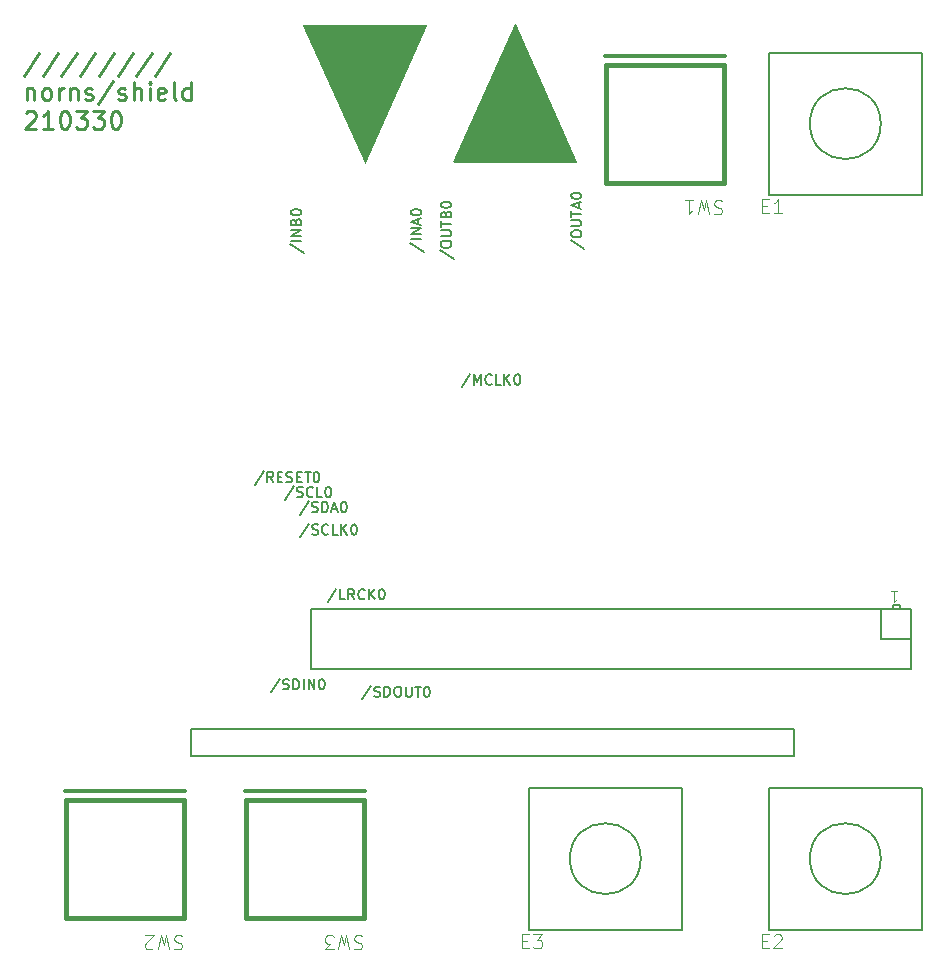
<source format=gbr>
%TF.GenerationSoftware,KiCad,Pcbnew,8.0.6*%
%TF.CreationDate,2024-12-19T22:40:04-08:00*%
%TF.ProjectId,norns-shield-210330,6e6f726e-732d-4736-9869-656c642d3231,rev?*%
%TF.SameCoordinates,Original*%
%TF.FileFunction,Legend,Top*%
%TF.FilePolarity,Positive*%
%FSLAX46Y46*%
G04 Gerber Fmt 4.6, Leading zero omitted, Abs format (unit mm)*
G04 Created by KiCad (PCBNEW 8.0.6) date 2024-12-19 22:40:04*
%MOMM*%
%LPD*%
G01*
G04 APERTURE LIST*
%ADD10C,0.266700*%
%ADD11C,0.101600*%
%ADD12C,0.140208*%
%ADD13C,0.093472*%
%ADD14C,0.127000*%
%ADD15C,0.304800*%
%ADD16C,0.406400*%
%ADD17C,0.203200*%
G04 APERTURE END LIST*
D10*
X110110893Y-67875294D02*
X108815493Y-69818394D01*
X111694160Y-67875294D02*
X110398760Y-69818394D01*
X113277427Y-67875294D02*
X111982027Y-69818394D01*
X114860694Y-67875294D02*
X113565294Y-69818394D01*
X116443961Y-67875294D02*
X115148561Y-69818394D01*
X118027228Y-67875294D02*
X116731828Y-69818394D01*
X119610495Y-67875294D02*
X118315095Y-69818394D01*
X121193762Y-67875294D02*
X119898362Y-69818394D01*
X109031393Y-70884135D02*
X109031393Y-71891668D01*
X109031393Y-71028068D02*
X109103360Y-70956102D01*
X109103360Y-70956102D02*
X109247293Y-70884135D01*
X109247293Y-70884135D02*
X109463193Y-70884135D01*
X109463193Y-70884135D02*
X109607126Y-70956102D01*
X109607126Y-70956102D02*
X109679093Y-71100035D01*
X109679093Y-71100035D02*
X109679093Y-71891668D01*
X110614660Y-71891668D02*
X110470727Y-71819702D01*
X110470727Y-71819702D02*
X110398760Y-71747735D01*
X110398760Y-71747735D02*
X110326793Y-71603802D01*
X110326793Y-71603802D02*
X110326793Y-71172002D01*
X110326793Y-71172002D02*
X110398760Y-71028068D01*
X110398760Y-71028068D02*
X110470727Y-70956102D01*
X110470727Y-70956102D02*
X110614660Y-70884135D01*
X110614660Y-70884135D02*
X110830560Y-70884135D01*
X110830560Y-70884135D02*
X110974493Y-70956102D01*
X110974493Y-70956102D02*
X111046460Y-71028068D01*
X111046460Y-71028068D02*
X111118427Y-71172002D01*
X111118427Y-71172002D02*
X111118427Y-71603802D01*
X111118427Y-71603802D02*
X111046460Y-71747735D01*
X111046460Y-71747735D02*
X110974493Y-71819702D01*
X110974493Y-71819702D02*
X110830560Y-71891668D01*
X110830560Y-71891668D02*
X110614660Y-71891668D01*
X111766127Y-71891668D02*
X111766127Y-70884135D01*
X111766127Y-71172002D02*
X111838094Y-71028068D01*
X111838094Y-71028068D02*
X111910060Y-70956102D01*
X111910060Y-70956102D02*
X112053994Y-70884135D01*
X112053994Y-70884135D02*
X112197927Y-70884135D01*
X112701694Y-70884135D02*
X112701694Y-71891668D01*
X112701694Y-71028068D02*
X112773661Y-70956102D01*
X112773661Y-70956102D02*
X112917594Y-70884135D01*
X112917594Y-70884135D02*
X113133494Y-70884135D01*
X113133494Y-70884135D02*
X113277427Y-70956102D01*
X113277427Y-70956102D02*
X113349394Y-71100035D01*
X113349394Y-71100035D02*
X113349394Y-71891668D01*
X113997094Y-71819702D02*
X114141028Y-71891668D01*
X114141028Y-71891668D02*
X114428894Y-71891668D01*
X114428894Y-71891668D02*
X114572828Y-71819702D01*
X114572828Y-71819702D02*
X114644794Y-71675768D01*
X114644794Y-71675768D02*
X114644794Y-71603802D01*
X114644794Y-71603802D02*
X114572828Y-71459868D01*
X114572828Y-71459868D02*
X114428894Y-71387902D01*
X114428894Y-71387902D02*
X114212994Y-71387902D01*
X114212994Y-71387902D02*
X114069061Y-71315935D01*
X114069061Y-71315935D02*
X113997094Y-71172002D01*
X113997094Y-71172002D02*
X113997094Y-71100035D01*
X113997094Y-71100035D02*
X114069061Y-70956102D01*
X114069061Y-70956102D02*
X114212994Y-70884135D01*
X114212994Y-70884135D02*
X114428894Y-70884135D01*
X114428894Y-70884135D02*
X114572828Y-70956102D01*
X116371994Y-70308402D02*
X115076594Y-72251502D01*
X116803794Y-71819702D02*
X116947728Y-71891668D01*
X116947728Y-71891668D02*
X117235594Y-71891668D01*
X117235594Y-71891668D02*
X117379528Y-71819702D01*
X117379528Y-71819702D02*
X117451494Y-71675768D01*
X117451494Y-71675768D02*
X117451494Y-71603802D01*
X117451494Y-71603802D02*
X117379528Y-71459868D01*
X117379528Y-71459868D02*
X117235594Y-71387902D01*
X117235594Y-71387902D02*
X117019694Y-71387902D01*
X117019694Y-71387902D02*
X116875761Y-71315935D01*
X116875761Y-71315935D02*
X116803794Y-71172002D01*
X116803794Y-71172002D02*
X116803794Y-71100035D01*
X116803794Y-71100035D02*
X116875761Y-70956102D01*
X116875761Y-70956102D02*
X117019694Y-70884135D01*
X117019694Y-70884135D02*
X117235594Y-70884135D01*
X117235594Y-70884135D02*
X117379528Y-70956102D01*
X118099194Y-71891668D02*
X118099194Y-70380368D01*
X118746894Y-71891668D02*
X118746894Y-71100035D01*
X118746894Y-71100035D02*
X118674927Y-70956102D01*
X118674927Y-70956102D02*
X118530994Y-70884135D01*
X118530994Y-70884135D02*
X118315094Y-70884135D01*
X118315094Y-70884135D02*
X118171161Y-70956102D01*
X118171161Y-70956102D02*
X118099194Y-71028068D01*
X119466561Y-71891668D02*
X119466561Y-70884135D01*
X119466561Y-70380368D02*
X119394594Y-70452335D01*
X119394594Y-70452335D02*
X119466561Y-70524302D01*
X119466561Y-70524302D02*
X119538528Y-70452335D01*
X119538528Y-70452335D02*
X119466561Y-70380368D01*
X119466561Y-70380368D02*
X119466561Y-70524302D01*
X120761961Y-71819702D02*
X120618028Y-71891668D01*
X120618028Y-71891668D02*
X120330161Y-71891668D01*
X120330161Y-71891668D02*
X120186228Y-71819702D01*
X120186228Y-71819702D02*
X120114261Y-71675768D01*
X120114261Y-71675768D02*
X120114261Y-71100035D01*
X120114261Y-71100035D02*
X120186228Y-70956102D01*
X120186228Y-70956102D02*
X120330161Y-70884135D01*
X120330161Y-70884135D02*
X120618028Y-70884135D01*
X120618028Y-70884135D02*
X120761961Y-70956102D01*
X120761961Y-70956102D02*
X120833928Y-71100035D01*
X120833928Y-71100035D02*
X120833928Y-71243968D01*
X120833928Y-71243968D02*
X120114261Y-71387902D01*
X121697528Y-71891668D02*
X121553595Y-71819702D01*
X121553595Y-71819702D02*
X121481628Y-71675768D01*
X121481628Y-71675768D02*
X121481628Y-70380368D01*
X122920961Y-71891668D02*
X122920961Y-70380368D01*
X122920961Y-71819702D02*
X122777028Y-71891668D01*
X122777028Y-71891668D02*
X122489161Y-71891668D01*
X122489161Y-71891668D02*
X122345228Y-71819702D01*
X122345228Y-71819702D02*
X122273261Y-71747735D01*
X122273261Y-71747735D02*
X122201294Y-71603802D01*
X122201294Y-71603802D02*
X122201294Y-71172002D01*
X122201294Y-71172002D02*
X122273261Y-71028068D01*
X122273261Y-71028068D02*
X122345228Y-70956102D01*
X122345228Y-70956102D02*
X122489161Y-70884135D01*
X122489161Y-70884135D02*
X122777028Y-70884135D01*
X122777028Y-70884135D02*
X122920961Y-70956102D01*
X108959426Y-72957410D02*
X109031393Y-72885443D01*
X109031393Y-72885443D02*
X109175326Y-72813476D01*
X109175326Y-72813476D02*
X109535160Y-72813476D01*
X109535160Y-72813476D02*
X109679093Y-72885443D01*
X109679093Y-72885443D02*
X109751060Y-72957410D01*
X109751060Y-72957410D02*
X109823026Y-73101343D01*
X109823026Y-73101343D02*
X109823026Y-73245276D01*
X109823026Y-73245276D02*
X109751060Y-73461176D01*
X109751060Y-73461176D02*
X108887460Y-74324776D01*
X108887460Y-74324776D02*
X109823026Y-74324776D01*
X111262359Y-74324776D02*
X110398759Y-74324776D01*
X110830559Y-74324776D02*
X110830559Y-72813476D01*
X110830559Y-72813476D02*
X110686626Y-73029376D01*
X110686626Y-73029376D02*
X110542693Y-73173310D01*
X110542693Y-73173310D02*
X110398759Y-73245276D01*
X112197926Y-72813476D02*
X112341859Y-72813476D01*
X112341859Y-72813476D02*
X112485792Y-72885443D01*
X112485792Y-72885443D02*
X112557759Y-72957410D01*
X112557759Y-72957410D02*
X112629726Y-73101343D01*
X112629726Y-73101343D02*
X112701692Y-73389210D01*
X112701692Y-73389210D02*
X112701692Y-73749043D01*
X112701692Y-73749043D02*
X112629726Y-74036910D01*
X112629726Y-74036910D02*
X112557759Y-74180843D01*
X112557759Y-74180843D02*
X112485792Y-74252810D01*
X112485792Y-74252810D02*
X112341859Y-74324776D01*
X112341859Y-74324776D02*
X112197926Y-74324776D01*
X112197926Y-74324776D02*
X112053992Y-74252810D01*
X112053992Y-74252810D02*
X111982026Y-74180843D01*
X111982026Y-74180843D02*
X111910059Y-74036910D01*
X111910059Y-74036910D02*
X111838092Y-73749043D01*
X111838092Y-73749043D02*
X111838092Y-73389210D01*
X111838092Y-73389210D02*
X111910059Y-73101343D01*
X111910059Y-73101343D02*
X111982026Y-72957410D01*
X111982026Y-72957410D02*
X112053992Y-72885443D01*
X112053992Y-72885443D02*
X112197926Y-72813476D01*
X113205459Y-72813476D02*
X114141025Y-72813476D01*
X114141025Y-72813476D02*
X113637259Y-73389210D01*
X113637259Y-73389210D02*
X113853159Y-73389210D01*
X113853159Y-73389210D02*
X113997092Y-73461176D01*
X113997092Y-73461176D02*
X114069059Y-73533143D01*
X114069059Y-73533143D02*
X114141025Y-73677076D01*
X114141025Y-73677076D02*
X114141025Y-74036910D01*
X114141025Y-74036910D02*
X114069059Y-74180843D01*
X114069059Y-74180843D02*
X113997092Y-74252810D01*
X113997092Y-74252810D02*
X113853159Y-74324776D01*
X113853159Y-74324776D02*
X113421359Y-74324776D01*
X113421359Y-74324776D02*
X113277425Y-74252810D01*
X113277425Y-74252810D02*
X113205459Y-74180843D01*
X114644792Y-72813476D02*
X115580358Y-72813476D01*
X115580358Y-72813476D02*
X115076592Y-73389210D01*
X115076592Y-73389210D02*
X115292492Y-73389210D01*
X115292492Y-73389210D02*
X115436425Y-73461176D01*
X115436425Y-73461176D02*
X115508392Y-73533143D01*
X115508392Y-73533143D02*
X115580358Y-73677076D01*
X115580358Y-73677076D02*
X115580358Y-74036910D01*
X115580358Y-74036910D02*
X115508392Y-74180843D01*
X115508392Y-74180843D02*
X115436425Y-74252810D01*
X115436425Y-74252810D02*
X115292492Y-74324776D01*
X115292492Y-74324776D02*
X114860692Y-74324776D01*
X114860692Y-74324776D02*
X114716758Y-74252810D01*
X114716758Y-74252810D02*
X114644792Y-74180843D01*
X116515925Y-72813476D02*
X116659858Y-72813476D01*
X116659858Y-72813476D02*
X116803791Y-72885443D01*
X116803791Y-72885443D02*
X116875758Y-72957410D01*
X116875758Y-72957410D02*
X116947725Y-73101343D01*
X116947725Y-73101343D02*
X117019691Y-73389210D01*
X117019691Y-73389210D02*
X117019691Y-73749043D01*
X117019691Y-73749043D02*
X116947725Y-74036910D01*
X116947725Y-74036910D02*
X116875758Y-74180843D01*
X116875758Y-74180843D02*
X116803791Y-74252810D01*
X116803791Y-74252810D02*
X116659858Y-74324776D01*
X116659858Y-74324776D02*
X116515925Y-74324776D01*
X116515925Y-74324776D02*
X116371991Y-74252810D01*
X116371991Y-74252810D02*
X116300025Y-74180843D01*
X116300025Y-74180843D02*
X116228058Y-74036910D01*
X116228058Y-74036910D02*
X116156091Y-73749043D01*
X116156091Y-73749043D02*
X116156091Y-73389210D01*
X116156091Y-73389210D02*
X116228058Y-73101343D01*
X116228058Y-73101343D02*
X116300025Y-72957410D01*
X116300025Y-72957410D02*
X116371991Y-72885443D01*
X116371991Y-72885443D02*
X116515925Y-72813476D01*
D11*
X182230072Y-113488289D02*
X182752586Y-113488289D01*
X182491329Y-113488289D02*
X182491329Y-114402689D01*
X182491329Y-114402689D02*
X182578415Y-114272060D01*
X182578415Y-114272060D02*
X182665500Y-114184974D01*
X182665500Y-114184974D02*
X182752586Y-114141432D01*
D12*
X130476941Y-120871309D02*
X129726262Y-121997327D01*
X130727167Y-121747101D02*
X130852280Y-121788805D01*
X130852280Y-121788805D02*
X131060802Y-121788805D01*
X131060802Y-121788805D02*
X131144211Y-121747101D01*
X131144211Y-121747101D02*
X131185915Y-121705396D01*
X131185915Y-121705396D02*
X131227620Y-121621987D01*
X131227620Y-121621987D02*
X131227620Y-121538579D01*
X131227620Y-121538579D02*
X131185915Y-121455170D01*
X131185915Y-121455170D02*
X131144211Y-121413465D01*
X131144211Y-121413465D02*
X131060802Y-121371761D01*
X131060802Y-121371761D02*
X130893985Y-121330057D01*
X130893985Y-121330057D02*
X130810576Y-121288352D01*
X130810576Y-121288352D02*
X130768871Y-121246648D01*
X130768871Y-121246648D02*
X130727167Y-121163239D01*
X130727167Y-121163239D02*
X130727167Y-121079830D01*
X130727167Y-121079830D02*
X130768871Y-120996422D01*
X130768871Y-120996422D02*
X130810576Y-120954717D01*
X130810576Y-120954717D02*
X130893985Y-120913013D01*
X130893985Y-120913013D02*
X131102506Y-120913013D01*
X131102506Y-120913013D02*
X131227620Y-120954717D01*
X131602959Y-121788805D02*
X131602959Y-120913013D01*
X131602959Y-120913013D02*
X131811481Y-120913013D01*
X131811481Y-120913013D02*
X131936594Y-120954717D01*
X131936594Y-120954717D02*
X132020003Y-121038126D01*
X132020003Y-121038126D02*
X132061708Y-121121535D01*
X132061708Y-121121535D02*
X132103412Y-121288352D01*
X132103412Y-121288352D02*
X132103412Y-121413465D01*
X132103412Y-121413465D02*
X132061708Y-121580283D01*
X132061708Y-121580283D02*
X132020003Y-121663692D01*
X132020003Y-121663692D02*
X131936594Y-121747101D01*
X131936594Y-121747101D02*
X131811481Y-121788805D01*
X131811481Y-121788805D02*
X131602959Y-121788805D01*
X132478751Y-121788805D02*
X132478751Y-120913013D01*
X132895795Y-121788805D02*
X132895795Y-120913013D01*
X132895795Y-120913013D02*
X133396248Y-121788805D01*
X133396248Y-121788805D02*
X133396248Y-120913013D01*
X133980109Y-120913013D02*
X134063518Y-120913013D01*
X134063518Y-120913013D02*
X134146926Y-120954717D01*
X134146926Y-120954717D02*
X134188631Y-120996422D01*
X134188631Y-120996422D02*
X134230335Y-121079830D01*
X134230335Y-121079830D02*
X134272040Y-121246648D01*
X134272040Y-121246648D02*
X134272040Y-121455170D01*
X134272040Y-121455170D02*
X134230335Y-121621987D01*
X134230335Y-121621987D02*
X134188631Y-121705396D01*
X134188631Y-121705396D02*
X134146926Y-121747101D01*
X134146926Y-121747101D02*
X134063518Y-121788805D01*
X134063518Y-121788805D02*
X133980109Y-121788805D01*
X133980109Y-121788805D02*
X133896700Y-121747101D01*
X133896700Y-121747101D02*
X133854996Y-121705396D01*
X133854996Y-121705396D02*
X133813291Y-121621987D01*
X133813291Y-121621987D02*
X133771587Y-121455170D01*
X133771587Y-121455170D02*
X133771587Y-121246648D01*
X133771587Y-121246648D02*
X133813291Y-121079830D01*
X133813291Y-121079830D02*
X133854996Y-120996422D01*
X133854996Y-120996422D02*
X133896700Y-120954717D01*
X133896700Y-120954717D02*
X133980109Y-120913013D01*
X135265011Y-113251309D02*
X134514332Y-114377327D01*
X135973985Y-114168805D02*
X135556941Y-114168805D01*
X135556941Y-114168805D02*
X135556941Y-113293013D01*
X136766368Y-114168805D02*
X136474437Y-113751761D01*
X136265915Y-114168805D02*
X136265915Y-113293013D01*
X136265915Y-113293013D02*
X136599550Y-113293013D01*
X136599550Y-113293013D02*
X136682959Y-113334717D01*
X136682959Y-113334717D02*
X136724664Y-113376422D01*
X136724664Y-113376422D02*
X136766368Y-113459830D01*
X136766368Y-113459830D02*
X136766368Y-113584944D01*
X136766368Y-113584944D02*
X136724664Y-113668352D01*
X136724664Y-113668352D02*
X136682959Y-113710057D01*
X136682959Y-113710057D02*
X136599550Y-113751761D01*
X136599550Y-113751761D02*
X136265915Y-113751761D01*
X137642160Y-114085396D02*
X137600456Y-114127101D01*
X137600456Y-114127101D02*
X137475342Y-114168805D01*
X137475342Y-114168805D02*
X137391934Y-114168805D01*
X137391934Y-114168805D02*
X137266821Y-114127101D01*
X137266821Y-114127101D02*
X137183412Y-114043692D01*
X137183412Y-114043692D02*
X137141707Y-113960283D01*
X137141707Y-113960283D02*
X137100003Y-113793465D01*
X137100003Y-113793465D02*
X137100003Y-113668352D01*
X137100003Y-113668352D02*
X137141707Y-113501535D01*
X137141707Y-113501535D02*
X137183412Y-113418126D01*
X137183412Y-113418126D02*
X137266821Y-113334717D01*
X137266821Y-113334717D02*
X137391934Y-113293013D01*
X137391934Y-113293013D02*
X137475342Y-113293013D01*
X137475342Y-113293013D02*
X137600456Y-113334717D01*
X137600456Y-113334717D02*
X137642160Y-113376422D01*
X138017499Y-114168805D02*
X138017499Y-113293013D01*
X138517952Y-114168805D02*
X138142613Y-113668352D01*
X138517952Y-113293013D02*
X138017499Y-113793465D01*
X139060109Y-113293013D02*
X139143518Y-113293013D01*
X139143518Y-113293013D02*
X139226926Y-113334717D01*
X139226926Y-113334717D02*
X139268631Y-113376422D01*
X139268631Y-113376422D02*
X139310335Y-113459830D01*
X139310335Y-113459830D02*
X139352040Y-113626648D01*
X139352040Y-113626648D02*
X139352040Y-113835170D01*
X139352040Y-113835170D02*
X139310335Y-114001987D01*
X139310335Y-114001987D02*
X139268631Y-114085396D01*
X139268631Y-114085396D02*
X139226926Y-114127101D01*
X139226926Y-114127101D02*
X139143518Y-114168805D01*
X139143518Y-114168805D02*
X139060109Y-114168805D01*
X139060109Y-114168805D02*
X138976700Y-114127101D01*
X138976700Y-114127101D02*
X138934996Y-114085396D01*
X138934996Y-114085396D02*
X138893291Y-114001987D01*
X138893291Y-114001987D02*
X138851587Y-113835170D01*
X138851587Y-113835170D02*
X138851587Y-113626648D01*
X138851587Y-113626648D02*
X138893291Y-113459830D01*
X138893291Y-113459830D02*
X138934996Y-113376422D01*
X138934996Y-113376422D02*
X138976700Y-113334717D01*
X138976700Y-113334717D02*
X139060109Y-113293013D01*
X146605029Y-95066633D02*
X145854350Y-96192651D01*
X146896959Y-95984129D02*
X146896959Y-95108337D01*
X146896959Y-95108337D02*
X147188890Y-95733903D01*
X147188890Y-95733903D02*
X147480821Y-95108337D01*
X147480821Y-95108337D02*
X147480821Y-95984129D01*
X148398317Y-95900720D02*
X148356613Y-95942425D01*
X148356613Y-95942425D02*
X148231499Y-95984129D01*
X148231499Y-95984129D02*
X148148091Y-95984129D01*
X148148091Y-95984129D02*
X148022978Y-95942425D01*
X148022978Y-95942425D02*
X147939569Y-95859016D01*
X147939569Y-95859016D02*
X147897864Y-95775607D01*
X147897864Y-95775607D02*
X147856160Y-95608789D01*
X147856160Y-95608789D02*
X147856160Y-95483676D01*
X147856160Y-95483676D02*
X147897864Y-95316859D01*
X147897864Y-95316859D02*
X147939569Y-95233450D01*
X147939569Y-95233450D02*
X148022978Y-95150041D01*
X148022978Y-95150041D02*
X148148091Y-95108337D01*
X148148091Y-95108337D02*
X148231499Y-95108337D01*
X148231499Y-95108337D02*
X148356613Y-95150041D01*
X148356613Y-95150041D02*
X148398317Y-95191746D01*
X149190700Y-95984129D02*
X148773656Y-95984129D01*
X148773656Y-95984129D02*
X148773656Y-95108337D01*
X149482630Y-95984129D02*
X149482630Y-95108337D01*
X149983083Y-95984129D02*
X149607744Y-95483676D01*
X149983083Y-95108337D02*
X149482630Y-95608789D01*
X150525240Y-95108337D02*
X150608649Y-95108337D01*
X150608649Y-95108337D02*
X150692057Y-95150041D01*
X150692057Y-95150041D02*
X150733762Y-95191746D01*
X150733762Y-95191746D02*
X150775466Y-95275154D01*
X150775466Y-95275154D02*
X150817171Y-95441972D01*
X150817171Y-95441972D02*
X150817171Y-95650494D01*
X150817171Y-95650494D02*
X150775466Y-95817311D01*
X150775466Y-95817311D02*
X150733762Y-95900720D01*
X150733762Y-95900720D02*
X150692057Y-95942425D01*
X150692057Y-95942425D02*
X150608649Y-95984129D01*
X150608649Y-95984129D02*
X150525240Y-95984129D01*
X150525240Y-95984129D02*
X150441831Y-95942425D01*
X150441831Y-95942425D02*
X150400127Y-95900720D01*
X150400127Y-95900720D02*
X150358422Y-95817311D01*
X150358422Y-95817311D02*
X150316718Y-95650494D01*
X150316718Y-95650494D02*
X150316718Y-95441972D01*
X150316718Y-95441972D02*
X150358422Y-95275154D01*
X150358422Y-95275154D02*
X150400127Y-95191746D01*
X150400127Y-95191746D02*
X150441831Y-95150041D01*
X150441831Y-95150041D02*
X150525240Y-95108337D01*
X132952529Y-107766633D02*
X132201850Y-108892651D01*
X133202755Y-108642425D02*
X133327868Y-108684129D01*
X133327868Y-108684129D02*
X133536390Y-108684129D01*
X133536390Y-108684129D02*
X133619799Y-108642425D01*
X133619799Y-108642425D02*
X133661503Y-108600720D01*
X133661503Y-108600720D02*
X133703208Y-108517311D01*
X133703208Y-108517311D02*
X133703208Y-108433903D01*
X133703208Y-108433903D02*
X133661503Y-108350494D01*
X133661503Y-108350494D02*
X133619799Y-108308789D01*
X133619799Y-108308789D02*
X133536390Y-108267085D01*
X133536390Y-108267085D02*
X133369573Y-108225381D01*
X133369573Y-108225381D02*
X133286164Y-108183676D01*
X133286164Y-108183676D02*
X133244459Y-108141972D01*
X133244459Y-108141972D02*
X133202755Y-108058563D01*
X133202755Y-108058563D02*
X133202755Y-107975154D01*
X133202755Y-107975154D02*
X133244459Y-107891746D01*
X133244459Y-107891746D02*
X133286164Y-107850041D01*
X133286164Y-107850041D02*
X133369573Y-107808337D01*
X133369573Y-107808337D02*
X133578094Y-107808337D01*
X133578094Y-107808337D02*
X133703208Y-107850041D01*
X134579000Y-108600720D02*
X134537296Y-108642425D01*
X134537296Y-108642425D02*
X134412182Y-108684129D01*
X134412182Y-108684129D02*
X134328774Y-108684129D01*
X134328774Y-108684129D02*
X134203661Y-108642425D01*
X134203661Y-108642425D02*
X134120252Y-108559016D01*
X134120252Y-108559016D02*
X134078547Y-108475607D01*
X134078547Y-108475607D02*
X134036843Y-108308789D01*
X134036843Y-108308789D02*
X134036843Y-108183676D01*
X134036843Y-108183676D02*
X134078547Y-108016859D01*
X134078547Y-108016859D02*
X134120252Y-107933450D01*
X134120252Y-107933450D02*
X134203661Y-107850041D01*
X134203661Y-107850041D02*
X134328774Y-107808337D01*
X134328774Y-107808337D02*
X134412182Y-107808337D01*
X134412182Y-107808337D02*
X134537296Y-107850041D01*
X134537296Y-107850041D02*
X134579000Y-107891746D01*
X135371383Y-108684129D02*
X134954339Y-108684129D01*
X134954339Y-108684129D02*
X134954339Y-107808337D01*
X135663313Y-108684129D02*
X135663313Y-107808337D01*
X136163766Y-108684129D02*
X135788427Y-108183676D01*
X136163766Y-107808337D02*
X135663313Y-108308789D01*
X136705923Y-107808337D02*
X136789332Y-107808337D01*
X136789332Y-107808337D02*
X136872740Y-107850041D01*
X136872740Y-107850041D02*
X136914445Y-107891746D01*
X136914445Y-107891746D02*
X136956149Y-107975154D01*
X136956149Y-107975154D02*
X136997854Y-108141972D01*
X136997854Y-108141972D02*
X136997854Y-108350494D01*
X136997854Y-108350494D02*
X136956149Y-108517311D01*
X136956149Y-108517311D02*
X136914445Y-108600720D01*
X136914445Y-108600720D02*
X136872740Y-108642425D01*
X136872740Y-108642425D02*
X136789332Y-108684129D01*
X136789332Y-108684129D02*
X136705923Y-108684129D01*
X136705923Y-108684129D02*
X136622514Y-108642425D01*
X136622514Y-108642425D02*
X136580810Y-108600720D01*
X136580810Y-108600720D02*
X136539105Y-108517311D01*
X136539105Y-108517311D02*
X136497401Y-108350494D01*
X136497401Y-108350494D02*
X136497401Y-108141972D01*
X136497401Y-108141972D02*
X136539105Y-107975154D01*
X136539105Y-107975154D02*
X136580810Y-107891746D01*
X136580810Y-107891746D02*
X136622514Y-107850041D01*
X136622514Y-107850041D02*
X136705923Y-107808337D01*
X138199219Y-121506309D02*
X137448540Y-122632327D01*
X138449445Y-122382101D02*
X138574558Y-122423805D01*
X138574558Y-122423805D02*
X138783080Y-122423805D01*
X138783080Y-122423805D02*
X138866489Y-122382101D01*
X138866489Y-122382101D02*
X138908193Y-122340396D01*
X138908193Y-122340396D02*
X138949898Y-122256987D01*
X138949898Y-122256987D02*
X138949898Y-122173579D01*
X138949898Y-122173579D02*
X138908193Y-122090170D01*
X138908193Y-122090170D02*
X138866489Y-122048465D01*
X138866489Y-122048465D02*
X138783080Y-122006761D01*
X138783080Y-122006761D02*
X138616263Y-121965057D01*
X138616263Y-121965057D02*
X138532854Y-121923352D01*
X138532854Y-121923352D02*
X138491149Y-121881648D01*
X138491149Y-121881648D02*
X138449445Y-121798239D01*
X138449445Y-121798239D02*
X138449445Y-121714830D01*
X138449445Y-121714830D02*
X138491149Y-121631422D01*
X138491149Y-121631422D02*
X138532854Y-121589717D01*
X138532854Y-121589717D02*
X138616263Y-121548013D01*
X138616263Y-121548013D02*
X138824784Y-121548013D01*
X138824784Y-121548013D02*
X138949898Y-121589717D01*
X139325237Y-122423805D02*
X139325237Y-121548013D01*
X139325237Y-121548013D02*
X139533759Y-121548013D01*
X139533759Y-121548013D02*
X139658872Y-121589717D01*
X139658872Y-121589717D02*
X139742281Y-121673126D01*
X139742281Y-121673126D02*
X139783986Y-121756535D01*
X139783986Y-121756535D02*
X139825690Y-121923352D01*
X139825690Y-121923352D02*
X139825690Y-122048465D01*
X139825690Y-122048465D02*
X139783986Y-122215283D01*
X139783986Y-122215283D02*
X139742281Y-122298692D01*
X139742281Y-122298692D02*
X139658872Y-122382101D01*
X139658872Y-122382101D02*
X139533759Y-122423805D01*
X139533759Y-122423805D02*
X139325237Y-122423805D01*
X140367847Y-121548013D02*
X140534664Y-121548013D01*
X140534664Y-121548013D02*
X140618073Y-121589717D01*
X140618073Y-121589717D02*
X140701482Y-121673126D01*
X140701482Y-121673126D02*
X140743186Y-121839944D01*
X140743186Y-121839944D02*
X140743186Y-122131874D01*
X140743186Y-122131874D02*
X140701482Y-122298692D01*
X140701482Y-122298692D02*
X140618073Y-122382101D01*
X140618073Y-122382101D02*
X140534664Y-122423805D01*
X140534664Y-122423805D02*
X140367847Y-122423805D01*
X140367847Y-122423805D02*
X140284438Y-122382101D01*
X140284438Y-122382101D02*
X140201029Y-122298692D01*
X140201029Y-122298692D02*
X140159325Y-122131874D01*
X140159325Y-122131874D02*
X140159325Y-121839944D01*
X140159325Y-121839944D02*
X140201029Y-121673126D01*
X140201029Y-121673126D02*
X140284438Y-121589717D01*
X140284438Y-121589717D02*
X140367847Y-121548013D01*
X141118525Y-121548013D02*
X141118525Y-122256987D01*
X141118525Y-122256987D02*
X141160230Y-122340396D01*
X141160230Y-122340396D02*
X141201934Y-122382101D01*
X141201934Y-122382101D02*
X141285343Y-122423805D01*
X141285343Y-122423805D02*
X141452160Y-122423805D01*
X141452160Y-122423805D02*
X141535569Y-122382101D01*
X141535569Y-122382101D02*
X141577274Y-122340396D01*
X141577274Y-122340396D02*
X141618978Y-122256987D01*
X141618978Y-122256987D02*
X141618978Y-121548013D01*
X141910908Y-121548013D02*
X142411361Y-121548013D01*
X142161135Y-122423805D02*
X142161135Y-121548013D01*
X142870109Y-121548013D02*
X142953518Y-121548013D01*
X142953518Y-121548013D02*
X143036926Y-121589717D01*
X143036926Y-121589717D02*
X143078631Y-121631422D01*
X143078631Y-121631422D02*
X143120335Y-121714830D01*
X143120335Y-121714830D02*
X143162040Y-121881648D01*
X143162040Y-121881648D02*
X143162040Y-122090170D01*
X143162040Y-122090170D02*
X143120335Y-122256987D01*
X143120335Y-122256987D02*
X143078631Y-122340396D01*
X143078631Y-122340396D02*
X143036926Y-122382101D01*
X143036926Y-122382101D02*
X142953518Y-122423805D01*
X142953518Y-122423805D02*
X142870109Y-122423805D01*
X142870109Y-122423805D02*
X142786700Y-122382101D01*
X142786700Y-122382101D02*
X142744996Y-122340396D01*
X142744996Y-122340396D02*
X142703291Y-122256987D01*
X142703291Y-122256987D02*
X142661587Y-122090170D01*
X142661587Y-122090170D02*
X142661587Y-121881648D01*
X142661587Y-121881648D02*
X142703291Y-121714830D01*
X142703291Y-121714830D02*
X142744996Y-121631422D01*
X142744996Y-121631422D02*
X142786700Y-121589717D01*
X142786700Y-121589717D02*
X142870109Y-121548013D01*
X129107429Y-103336633D02*
X128356750Y-104462651D01*
X129899812Y-104254129D02*
X129607881Y-103837085D01*
X129399359Y-104254129D02*
X129399359Y-103378337D01*
X129399359Y-103378337D02*
X129732994Y-103378337D01*
X129732994Y-103378337D02*
X129816403Y-103420041D01*
X129816403Y-103420041D02*
X129858108Y-103461746D01*
X129858108Y-103461746D02*
X129899812Y-103545154D01*
X129899812Y-103545154D02*
X129899812Y-103670268D01*
X129899812Y-103670268D02*
X129858108Y-103753676D01*
X129858108Y-103753676D02*
X129816403Y-103795381D01*
X129816403Y-103795381D02*
X129732994Y-103837085D01*
X129732994Y-103837085D02*
X129399359Y-103837085D01*
X130275151Y-103795381D02*
X130567082Y-103795381D01*
X130692195Y-104254129D02*
X130275151Y-104254129D01*
X130275151Y-104254129D02*
X130275151Y-103378337D01*
X130275151Y-103378337D02*
X130692195Y-103378337D01*
X131025830Y-104212425D02*
X131150943Y-104254129D01*
X131150943Y-104254129D02*
X131359465Y-104254129D01*
X131359465Y-104254129D02*
X131442874Y-104212425D01*
X131442874Y-104212425D02*
X131484578Y-104170720D01*
X131484578Y-104170720D02*
X131526283Y-104087311D01*
X131526283Y-104087311D02*
X131526283Y-104003903D01*
X131526283Y-104003903D02*
X131484578Y-103920494D01*
X131484578Y-103920494D02*
X131442874Y-103878789D01*
X131442874Y-103878789D02*
X131359465Y-103837085D01*
X131359465Y-103837085D02*
X131192648Y-103795381D01*
X131192648Y-103795381D02*
X131109239Y-103753676D01*
X131109239Y-103753676D02*
X131067534Y-103711972D01*
X131067534Y-103711972D02*
X131025830Y-103628563D01*
X131025830Y-103628563D02*
X131025830Y-103545154D01*
X131025830Y-103545154D02*
X131067534Y-103461746D01*
X131067534Y-103461746D02*
X131109239Y-103420041D01*
X131109239Y-103420041D02*
X131192648Y-103378337D01*
X131192648Y-103378337D02*
X131401169Y-103378337D01*
X131401169Y-103378337D02*
X131526283Y-103420041D01*
X131901622Y-103795381D02*
X132193553Y-103795381D01*
X132318666Y-104254129D02*
X131901622Y-104254129D01*
X131901622Y-104254129D02*
X131901622Y-103378337D01*
X131901622Y-103378337D02*
X132318666Y-103378337D01*
X132568892Y-103378337D02*
X133069345Y-103378337D01*
X132819119Y-104254129D02*
X132819119Y-103378337D01*
X133528093Y-103378337D02*
X133611502Y-103378337D01*
X133611502Y-103378337D02*
X133694910Y-103420041D01*
X133694910Y-103420041D02*
X133736615Y-103461746D01*
X133736615Y-103461746D02*
X133778319Y-103545154D01*
X133778319Y-103545154D02*
X133820024Y-103711972D01*
X133820024Y-103711972D02*
X133820024Y-103920494D01*
X133820024Y-103920494D02*
X133778319Y-104087311D01*
X133778319Y-104087311D02*
X133736615Y-104170720D01*
X133736615Y-104170720D02*
X133694910Y-104212425D01*
X133694910Y-104212425D02*
X133611502Y-104254129D01*
X133611502Y-104254129D02*
X133528093Y-104254129D01*
X133528093Y-104254129D02*
X133444684Y-104212425D01*
X133444684Y-104212425D02*
X133402980Y-104170720D01*
X133402980Y-104170720D02*
X133361275Y-104087311D01*
X133361275Y-104087311D02*
X133319571Y-103920494D01*
X133319571Y-103920494D02*
X133319571Y-103711972D01*
X133319571Y-103711972D02*
X133361275Y-103545154D01*
X133361275Y-103545154D02*
X133402980Y-103461746D01*
X133402980Y-103461746D02*
X133444684Y-103420041D01*
X133444684Y-103420041D02*
X133528093Y-103378337D01*
X155089133Y-83757270D02*
X156215151Y-84507949D01*
X155130837Y-83298522D02*
X155130837Y-83131705D01*
X155130837Y-83131705D02*
X155172541Y-83048296D01*
X155172541Y-83048296D02*
X155255950Y-82964887D01*
X155255950Y-82964887D02*
X155422768Y-82923183D01*
X155422768Y-82923183D02*
X155714698Y-82923183D01*
X155714698Y-82923183D02*
X155881516Y-82964887D01*
X155881516Y-82964887D02*
X155964925Y-83048296D01*
X155964925Y-83048296D02*
X156006629Y-83131705D01*
X156006629Y-83131705D02*
X156006629Y-83298522D01*
X156006629Y-83298522D02*
X155964925Y-83381931D01*
X155964925Y-83381931D02*
X155881516Y-83465340D01*
X155881516Y-83465340D02*
X155714698Y-83507044D01*
X155714698Y-83507044D02*
X155422768Y-83507044D01*
X155422768Y-83507044D02*
X155255950Y-83465340D01*
X155255950Y-83465340D02*
X155172541Y-83381931D01*
X155172541Y-83381931D02*
X155130837Y-83298522D01*
X155130837Y-82547844D02*
X155839811Y-82547844D01*
X155839811Y-82547844D02*
X155923220Y-82506139D01*
X155923220Y-82506139D02*
X155964925Y-82464435D01*
X155964925Y-82464435D02*
X156006629Y-82381026D01*
X156006629Y-82381026D02*
X156006629Y-82214209D01*
X156006629Y-82214209D02*
X155964925Y-82130800D01*
X155964925Y-82130800D02*
X155923220Y-82089095D01*
X155923220Y-82089095D02*
X155839811Y-82047391D01*
X155839811Y-82047391D02*
X155130837Y-82047391D01*
X155130837Y-81755461D02*
X155130837Y-81255008D01*
X156006629Y-81505234D02*
X155130837Y-81505234D01*
X155756403Y-81004782D02*
X155756403Y-80587738D01*
X156006629Y-81088191D02*
X155130837Y-80796260D01*
X155130837Y-80796260D02*
X156006629Y-80504329D01*
X155130837Y-80045581D02*
X155130837Y-79962172D01*
X155130837Y-79962172D02*
X155172541Y-79878764D01*
X155172541Y-79878764D02*
X155214246Y-79837059D01*
X155214246Y-79837059D02*
X155297654Y-79795355D01*
X155297654Y-79795355D02*
X155464472Y-79753650D01*
X155464472Y-79753650D02*
X155672994Y-79753650D01*
X155672994Y-79753650D02*
X155839811Y-79795355D01*
X155839811Y-79795355D02*
X155923220Y-79837059D01*
X155923220Y-79837059D02*
X155964925Y-79878764D01*
X155964925Y-79878764D02*
X156006629Y-79962172D01*
X156006629Y-79962172D02*
X156006629Y-80045581D01*
X156006629Y-80045581D02*
X155964925Y-80128990D01*
X155964925Y-80128990D02*
X155923220Y-80170694D01*
X155923220Y-80170694D02*
X155839811Y-80212399D01*
X155839811Y-80212399D02*
X155672994Y-80254103D01*
X155672994Y-80254103D02*
X155464472Y-80254103D01*
X155464472Y-80254103D02*
X155297654Y-80212399D01*
X155297654Y-80212399D02*
X155214246Y-80170694D01*
X155214246Y-80170694D02*
X155172541Y-80128990D01*
X155172541Y-80128990D02*
X155130837Y-80045581D01*
X144048809Y-84626392D02*
X145174827Y-85377071D01*
X144090513Y-84167644D02*
X144090513Y-84000827D01*
X144090513Y-84000827D02*
X144132217Y-83917418D01*
X144132217Y-83917418D02*
X144215626Y-83834009D01*
X144215626Y-83834009D02*
X144382444Y-83792305D01*
X144382444Y-83792305D02*
X144674374Y-83792305D01*
X144674374Y-83792305D02*
X144841192Y-83834009D01*
X144841192Y-83834009D02*
X144924601Y-83917418D01*
X144924601Y-83917418D02*
X144966305Y-84000827D01*
X144966305Y-84000827D02*
X144966305Y-84167644D01*
X144966305Y-84167644D02*
X144924601Y-84251053D01*
X144924601Y-84251053D02*
X144841192Y-84334462D01*
X144841192Y-84334462D02*
X144674374Y-84376166D01*
X144674374Y-84376166D02*
X144382444Y-84376166D01*
X144382444Y-84376166D02*
X144215626Y-84334462D01*
X144215626Y-84334462D02*
X144132217Y-84251053D01*
X144132217Y-84251053D02*
X144090513Y-84167644D01*
X144090513Y-83416966D02*
X144799487Y-83416966D01*
X144799487Y-83416966D02*
X144882896Y-83375261D01*
X144882896Y-83375261D02*
X144924601Y-83333557D01*
X144924601Y-83333557D02*
X144966305Y-83250148D01*
X144966305Y-83250148D02*
X144966305Y-83083331D01*
X144966305Y-83083331D02*
X144924601Y-82999922D01*
X144924601Y-82999922D02*
X144882896Y-82958217D01*
X144882896Y-82958217D02*
X144799487Y-82916513D01*
X144799487Y-82916513D02*
X144090513Y-82916513D01*
X144090513Y-82624583D02*
X144090513Y-82124130D01*
X144966305Y-82374356D02*
X144090513Y-82374356D01*
X144507557Y-81540269D02*
X144549261Y-81415156D01*
X144549261Y-81415156D02*
X144590965Y-81373451D01*
X144590965Y-81373451D02*
X144674374Y-81331747D01*
X144674374Y-81331747D02*
X144799487Y-81331747D01*
X144799487Y-81331747D02*
X144882896Y-81373451D01*
X144882896Y-81373451D02*
X144924601Y-81415156D01*
X144924601Y-81415156D02*
X144966305Y-81498565D01*
X144966305Y-81498565D02*
X144966305Y-81832200D01*
X144966305Y-81832200D02*
X144090513Y-81832200D01*
X144090513Y-81832200D02*
X144090513Y-81540269D01*
X144090513Y-81540269D02*
X144132217Y-81456860D01*
X144132217Y-81456860D02*
X144173922Y-81415156D01*
X144173922Y-81415156D02*
X144257330Y-81373451D01*
X144257330Y-81373451D02*
X144340739Y-81373451D01*
X144340739Y-81373451D02*
X144424148Y-81415156D01*
X144424148Y-81415156D02*
X144465852Y-81456860D01*
X144465852Y-81456860D02*
X144507557Y-81540269D01*
X144507557Y-81540269D02*
X144507557Y-81832200D01*
X144090513Y-80789590D02*
X144090513Y-80706181D01*
X144090513Y-80706181D02*
X144132217Y-80622773D01*
X144132217Y-80622773D02*
X144173922Y-80581068D01*
X144173922Y-80581068D02*
X144257330Y-80539364D01*
X144257330Y-80539364D02*
X144424148Y-80497659D01*
X144424148Y-80497659D02*
X144632670Y-80497659D01*
X144632670Y-80497659D02*
X144799487Y-80539364D01*
X144799487Y-80539364D02*
X144882896Y-80581068D01*
X144882896Y-80581068D02*
X144924601Y-80622773D01*
X144924601Y-80622773D02*
X144966305Y-80706181D01*
X144966305Y-80706181D02*
X144966305Y-80789590D01*
X144966305Y-80789590D02*
X144924601Y-80872999D01*
X144924601Y-80872999D02*
X144882896Y-80914703D01*
X144882896Y-80914703D02*
X144799487Y-80956408D01*
X144799487Y-80956408D02*
X144632670Y-80998112D01*
X144632670Y-80998112D02*
X144424148Y-80998112D01*
X144424148Y-80998112D02*
X144257330Y-80956408D01*
X144257330Y-80956408D02*
X144173922Y-80914703D01*
X144173922Y-80914703D02*
X144132217Y-80872999D01*
X144132217Y-80872999D02*
X144090513Y-80789590D01*
X141508809Y-83968557D02*
X142634827Y-84719236D01*
X142426305Y-83676627D02*
X141550513Y-83676627D01*
X142426305Y-83259583D02*
X141550513Y-83259583D01*
X141550513Y-83259583D02*
X142426305Y-82759130D01*
X142426305Y-82759130D02*
X141550513Y-82759130D01*
X142176079Y-82383791D02*
X142176079Y-81966747D01*
X142426305Y-82467200D02*
X141550513Y-82175269D01*
X141550513Y-82175269D02*
X142426305Y-81883338D01*
X141550513Y-81424590D02*
X141550513Y-81341181D01*
X141550513Y-81341181D02*
X141592217Y-81257773D01*
X141592217Y-81257773D02*
X141633922Y-81216068D01*
X141633922Y-81216068D02*
X141717330Y-81174364D01*
X141717330Y-81174364D02*
X141884148Y-81132659D01*
X141884148Y-81132659D02*
X142092670Y-81132659D01*
X142092670Y-81132659D02*
X142259487Y-81174364D01*
X142259487Y-81174364D02*
X142342896Y-81216068D01*
X142342896Y-81216068D02*
X142384601Y-81257773D01*
X142384601Y-81257773D02*
X142426305Y-81341181D01*
X142426305Y-81341181D02*
X142426305Y-81424590D01*
X142426305Y-81424590D02*
X142384601Y-81507999D01*
X142384601Y-81507999D02*
X142342896Y-81549703D01*
X142342896Y-81549703D02*
X142259487Y-81591408D01*
X142259487Y-81591408D02*
X142092670Y-81633112D01*
X142092670Y-81633112D02*
X141884148Y-81633112D01*
X141884148Y-81633112D02*
X141717330Y-81591408D01*
X141717330Y-81591408D02*
X141633922Y-81549703D01*
X141633922Y-81549703D02*
X141592217Y-81507999D01*
X141592217Y-81507999D02*
X141550513Y-81424590D01*
X131348809Y-84093670D02*
X132474827Y-84844349D01*
X132266305Y-83801740D02*
X131390513Y-83801740D01*
X132266305Y-83384696D02*
X131390513Y-83384696D01*
X131390513Y-83384696D02*
X132266305Y-82884243D01*
X132266305Y-82884243D02*
X131390513Y-82884243D01*
X131807557Y-82175269D02*
X131849261Y-82050156D01*
X131849261Y-82050156D02*
X131890965Y-82008451D01*
X131890965Y-82008451D02*
X131974374Y-81966747D01*
X131974374Y-81966747D02*
X132099487Y-81966747D01*
X132099487Y-81966747D02*
X132182896Y-82008451D01*
X132182896Y-82008451D02*
X132224601Y-82050156D01*
X132224601Y-82050156D02*
X132266305Y-82133565D01*
X132266305Y-82133565D02*
X132266305Y-82467200D01*
X132266305Y-82467200D02*
X131390513Y-82467200D01*
X131390513Y-82467200D02*
X131390513Y-82175269D01*
X131390513Y-82175269D02*
X131432217Y-82091860D01*
X131432217Y-82091860D02*
X131473922Y-82050156D01*
X131473922Y-82050156D02*
X131557330Y-82008451D01*
X131557330Y-82008451D02*
X131640739Y-82008451D01*
X131640739Y-82008451D02*
X131724148Y-82050156D01*
X131724148Y-82050156D02*
X131765852Y-82091860D01*
X131765852Y-82091860D02*
X131807557Y-82175269D01*
X131807557Y-82175269D02*
X131807557Y-82467200D01*
X131390513Y-81424590D02*
X131390513Y-81341181D01*
X131390513Y-81341181D02*
X131432217Y-81257773D01*
X131432217Y-81257773D02*
X131473922Y-81216068D01*
X131473922Y-81216068D02*
X131557330Y-81174364D01*
X131557330Y-81174364D02*
X131724148Y-81132659D01*
X131724148Y-81132659D02*
X131932670Y-81132659D01*
X131932670Y-81132659D02*
X132099487Y-81174364D01*
X132099487Y-81174364D02*
X132182896Y-81216068D01*
X132182896Y-81216068D02*
X132224601Y-81257773D01*
X132224601Y-81257773D02*
X132266305Y-81341181D01*
X132266305Y-81341181D02*
X132266305Y-81424590D01*
X132266305Y-81424590D02*
X132224601Y-81507999D01*
X132224601Y-81507999D02*
X132182896Y-81549703D01*
X132182896Y-81549703D02*
X132099487Y-81591408D01*
X132099487Y-81591408D02*
X131932670Y-81633112D01*
X131932670Y-81633112D02*
X131724148Y-81633112D01*
X131724148Y-81633112D02*
X131557330Y-81591408D01*
X131557330Y-81591408D02*
X131473922Y-81549703D01*
X131473922Y-81549703D02*
X131432217Y-81507999D01*
X131432217Y-81507999D02*
X131390513Y-81424590D01*
X132917429Y-105876633D02*
X132166750Y-107002651D01*
X133167655Y-106752425D02*
X133292768Y-106794129D01*
X133292768Y-106794129D02*
X133501290Y-106794129D01*
X133501290Y-106794129D02*
X133584699Y-106752425D01*
X133584699Y-106752425D02*
X133626403Y-106710720D01*
X133626403Y-106710720D02*
X133668108Y-106627311D01*
X133668108Y-106627311D02*
X133668108Y-106543903D01*
X133668108Y-106543903D02*
X133626403Y-106460494D01*
X133626403Y-106460494D02*
X133584699Y-106418789D01*
X133584699Y-106418789D02*
X133501290Y-106377085D01*
X133501290Y-106377085D02*
X133334473Y-106335381D01*
X133334473Y-106335381D02*
X133251064Y-106293676D01*
X133251064Y-106293676D02*
X133209359Y-106251972D01*
X133209359Y-106251972D02*
X133167655Y-106168563D01*
X133167655Y-106168563D02*
X133167655Y-106085154D01*
X133167655Y-106085154D02*
X133209359Y-106001746D01*
X133209359Y-106001746D02*
X133251064Y-105960041D01*
X133251064Y-105960041D02*
X133334473Y-105918337D01*
X133334473Y-105918337D02*
X133542994Y-105918337D01*
X133542994Y-105918337D02*
X133668108Y-105960041D01*
X134043447Y-106794129D02*
X134043447Y-105918337D01*
X134043447Y-105918337D02*
X134251969Y-105918337D01*
X134251969Y-105918337D02*
X134377082Y-105960041D01*
X134377082Y-105960041D02*
X134460491Y-106043450D01*
X134460491Y-106043450D02*
X134502196Y-106126859D01*
X134502196Y-106126859D02*
X134543900Y-106293676D01*
X134543900Y-106293676D02*
X134543900Y-106418789D01*
X134543900Y-106418789D02*
X134502196Y-106585607D01*
X134502196Y-106585607D02*
X134460491Y-106669016D01*
X134460491Y-106669016D02*
X134377082Y-106752425D01*
X134377082Y-106752425D02*
X134251969Y-106794129D01*
X134251969Y-106794129D02*
X134043447Y-106794129D01*
X134877535Y-106543903D02*
X135294579Y-106543903D01*
X134794126Y-106794129D02*
X135086057Y-105918337D01*
X135086057Y-105918337D02*
X135377988Y-106794129D01*
X135836736Y-105918337D02*
X135920145Y-105918337D01*
X135920145Y-105918337D02*
X136003553Y-105960041D01*
X136003553Y-105960041D02*
X136045258Y-106001746D01*
X136045258Y-106001746D02*
X136086962Y-106085154D01*
X136086962Y-106085154D02*
X136128667Y-106251972D01*
X136128667Y-106251972D02*
X136128667Y-106460494D01*
X136128667Y-106460494D02*
X136086962Y-106627311D01*
X136086962Y-106627311D02*
X136045258Y-106710720D01*
X136045258Y-106710720D02*
X136003553Y-106752425D01*
X136003553Y-106752425D02*
X135920145Y-106794129D01*
X135920145Y-106794129D02*
X135836736Y-106794129D01*
X135836736Y-106794129D02*
X135753327Y-106752425D01*
X135753327Y-106752425D02*
X135711623Y-106710720D01*
X135711623Y-106710720D02*
X135669918Y-106627311D01*
X135669918Y-106627311D02*
X135628214Y-106460494D01*
X135628214Y-106460494D02*
X135628214Y-106251972D01*
X135628214Y-106251972D02*
X135669918Y-106085154D01*
X135669918Y-106085154D02*
X135711623Y-106001746D01*
X135711623Y-106001746D02*
X135753327Y-105960041D01*
X135753327Y-105960041D02*
X135836736Y-105918337D01*
X131647429Y-104606633D02*
X130896750Y-105732651D01*
X131897655Y-105482425D02*
X132022768Y-105524129D01*
X132022768Y-105524129D02*
X132231290Y-105524129D01*
X132231290Y-105524129D02*
X132314699Y-105482425D01*
X132314699Y-105482425D02*
X132356403Y-105440720D01*
X132356403Y-105440720D02*
X132398108Y-105357311D01*
X132398108Y-105357311D02*
X132398108Y-105273903D01*
X132398108Y-105273903D02*
X132356403Y-105190494D01*
X132356403Y-105190494D02*
X132314699Y-105148789D01*
X132314699Y-105148789D02*
X132231290Y-105107085D01*
X132231290Y-105107085D02*
X132064473Y-105065381D01*
X132064473Y-105065381D02*
X131981064Y-105023676D01*
X131981064Y-105023676D02*
X131939359Y-104981972D01*
X131939359Y-104981972D02*
X131897655Y-104898563D01*
X131897655Y-104898563D02*
X131897655Y-104815154D01*
X131897655Y-104815154D02*
X131939359Y-104731746D01*
X131939359Y-104731746D02*
X131981064Y-104690041D01*
X131981064Y-104690041D02*
X132064473Y-104648337D01*
X132064473Y-104648337D02*
X132272994Y-104648337D01*
X132272994Y-104648337D02*
X132398108Y-104690041D01*
X133273900Y-105440720D02*
X133232196Y-105482425D01*
X133232196Y-105482425D02*
X133107082Y-105524129D01*
X133107082Y-105524129D02*
X133023674Y-105524129D01*
X133023674Y-105524129D02*
X132898561Y-105482425D01*
X132898561Y-105482425D02*
X132815152Y-105399016D01*
X132815152Y-105399016D02*
X132773447Y-105315607D01*
X132773447Y-105315607D02*
X132731743Y-105148789D01*
X132731743Y-105148789D02*
X132731743Y-105023676D01*
X132731743Y-105023676D02*
X132773447Y-104856859D01*
X132773447Y-104856859D02*
X132815152Y-104773450D01*
X132815152Y-104773450D02*
X132898561Y-104690041D01*
X132898561Y-104690041D02*
X133023674Y-104648337D01*
X133023674Y-104648337D02*
X133107082Y-104648337D01*
X133107082Y-104648337D02*
X133232196Y-104690041D01*
X133232196Y-104690041D02*
X133273900Y-104731746D01*
X134066283Y-105524129D02*
X133649239Y-105524129D01*
X133649239Y-105524129D02*
X133649239Y-104648337D01*
X134525031Y-104648337D02*
X134608440Y-104648337D01*
X134608440Y-104648337D02*
X134691848Y-104690041D01*
X134691848Y-104690041D02*
X134733553Y-104731746D01*
X134733553Y-104731746D02*
X134775257Y-104815154D01*
X134775257Y-104815154D02*
X134816962Y-104981972D01*
X134816962Y-104981972D02*
X134816962Y-105190494D01*
X134816962Y-105190494D02*
X134775257Y-105357311D01*
X134775257Y-105357311D02*
X134733553Y-105440720D01*
X134733553Y-105440720D02*
X134691848Y-105482425D01*
X134691848Y-105482425D02*
X134608440Y-105524129D01*
X134608440Y-105524129D02*
X134525031Y-105524129D01*
X134525031Y-105524129D02*
X134441622Y-105482425D01*
X134441622Y-105482425D02*
X134399918Y-105440720D01*
X134399918Y-105440720D02*
X134358213Y-105357311D01*
X134358213Y-105357311D02*
X134316509Y-105190494D01*
X134316509Y-105190494D02*
X134316509Y-104981972D01*
X134316509Y-104981972D02*
X134358213Y-104815154D01*
X134358213Y-104815154D02*
X134399918Y-104731746D01*
X134399918Y-104731746D02*
X134441622Y-104690041D01*
X134441622Y-104690041D02*
X134525031Y-104648337D01*
D11*
X167896705Y-80442512D02*
X167729791Y-80386873D01*
X167729791Y-80386873D02*
X167451600Y-80386873D01*
X167451600Y-80386873D02*
X167340324Y-80442512D01*
X167340324Y-80442512D02*
X167284686Y-80498150D01*
X167284686Y-80498150D02*
X167229048Y-80609426D01*
X167229048Y-80609426D02*
X167229048Y-80720702D01*
X167229048Y-80720702D02*
X167284686Y-80831978D01*
X167284686Y-80831978D02*
X167340324Y-80887616D01*
X167340324Y-80887616D02*
X167451600Y-80943254D01*
X167451600Y-80943254D02*
X167674153Y-80998892D01*
X167674153Y-80998892D02*
X167785429Y-81054531D01*
X167785429Y-81054531D02*
X167841067Y-81110169D01*
X167841067Y-81110169D02*
X167896705Y-81221445D01*
X167896705Y-81221445D02*
X167896705Y-81332721D01*
X167896705Y-81332721D02*
X167841067Y-81443997D01*
X167841067Y-81443997D02*
X167785429Y-81499635D01*
X167785429Y-81499635D02*
X167674153Y-81555273D01*
X167674153Y-81555273D02*
X167395962Y-81555273D01*
X167395962Y-81555273D02*
X167229048Y-81499635D01*
X166839581Y-81555273D02*
X166561391Y-80386873D01*
X166561391Y-80386873D02*
X166338838Y-81221445D01*
X166338838Y-81221445D02*
X166116286Y-80386873D01*
X166116286Y-80386873D02*
X165838096Y-81555273D01*
X164780972Y-80386873D02*
X165448629Y-80386873D01*
X165114801Y-80386873D02*
X165114801Y-81555273D01*
X165114801Y-81555273D02*
X165226077Y-81388359D01*
X165226077Y-81388359D02*
X165337353Y-81277083D01*
X165337353Y-81277083D02*
X165448629Y-81221445D01*
X122176705Y-142672512D02*
X122009791Y-142616873D01*
X122009791Y-142616873D02*
X121731600Y-142616873D01*
X121731600Y-142616873D02*
X121620324Y-142672512D01*
X121620324Y-142672512D02*
X121564686Y-142728150D01*
X121564686Y-142728150D02*
X121509048Y-142839426D01*
X121509048Y-142839426D02*
X121509048Y-142950702D01*
X121509048Y-142950702D02*
X121564686Y-143061978D01*
X121564686Y-143061978D02*
X121620324Y-143117616D01*
X121620324Y-143117616D02*
X121731600Y-143173254D01*
X121731600Y-143173254D02*
X121954153Y-143228892D01*
X121954153Y-143228892D02*
X122065429Y-143284531D01*
X122065429Y-143284531D02*
X122121067Y-143340169D01*
X122121067Y-143340169D02*
X122176705Y-143451445D01*
X122176705Y-143451445D02*
X122176705Y-143562721D01*
X122176705Y-143562721D02*
X122121067Y-143673997D01*
X122121067Y-143673997D02*
X122065429Y-143729635D01*
X122065429Y-143729635D02*
X121954153Y-143785273D01*
X121954153Y-143785273D02*
X121675962Y-143785273D01*
X121675962Y-143785273D02*
X121509048Y-143729635D01*
X121119581Y-143785273D02*
X120841391Y-142616873D01*
X120841391Y-142616873D02*
X120618838Y-143451445D01*
X120618838Y-143451445D02*
X120396286Y-142616873D01*
X120396286Y-142616873D02*
X120118096Y-143785273D01*
X119728629Y-143673997D02*
X119672991Y-143729635D01*
X119672991Y-143729635D02*
X119561715Y-143785273D01*
X119561715Y-143785273D02*
X119283524Y-143785273D01*
X119283524Y-143785273D02*
X119172248Y-143729635D01*
X119172248Y-143729635D02*
X119116610Y-143673997D01*
X119116610Y-143673997D02*
X119060972Y-143562721D01*
X119060972Y-143562721D02*
X119060972Y-143451445D01*
X119060972Y-143451445D02*
X119116610Y-143284531D01*
X119116610Y-143284531D02*
X119784267Y-142616873D01*
X119784267Y-142616873D02*
X119060972Y-142616873D01*
X137416705Y-142672512D02*
X137249791Y-142616873D01*
X137249791Y-142616873D02*
X136971600Y-142616873D01*
X136971600Y-142616873D02*
X136860324Y-142672512D01*
X136860324Y-142672512D02*
X136804686Y-142728150D01*
X136804686Y-142728150D02*
X136749048Y-142839426D01*
X136749048Y-142839426D02*
X136749048Y-142950702D01*
X136749048Y-142950702D02*
X136804686Y-143061978D01*
X136804686Y-143061978D02*
X136860324Y-143117616D01*
X136860324Y-143117616D02*
X136971600Y-143173254D01*
X136971600Y-143173254D02*
X137194153Y-143228892D01*
X137194153Y-143228892D02*
X137305429Y-143284531D01*
X137305429Y-143284531D02*
X137361067Y-143340169D01*
X137361067Y-143340169D02*
X137416705Y-143451445D01*
X137416705Y-143451445D02*
X137416705Y-143562721D01*
X137416705Y-143562721D02*
X137361067Y-143673997D01*
X137361067Y-143673997D02*
X137305429Y-143729635D01*
X137305429Y-143729635D02*
X137194153Y-143785273D01*
X137194153Y-143785273D02*
X136915962Y-143785273D01*
X136915962Y-143785273D02*
X136749048Y-143729635D01*
X136359581Y-143785273D02*
X136081391Y-142616873D01*
X136081391Y-142616873D02*
X135858838Y-143451445D01*
X135858838Y-143451445D02*
X135636286Y-142616873D01*
X135636286Y-142616873D02*
X135358096Y-143785273D01*
X135024267Y-143785273D02*
X134300972Y-143785273D01*
X134300972Y-143785273D02*
X134690439Y-143340169D01*
X134690439Y-143340169D02*
X134523524Y-143340169D01*
X134523524Y-143340169D02*
X134412248Y-143284531D01*
X134412248Y-143284531D02*
X134356610Y-143228892D01*
X134356610Y-143228892D02*
X134300972Y-143117616D01*
X134300972Y-143117616D02*
X134300972Y-142839426D01*
X134300972Y-142839426D02*
X134356610Y-142728150D01*
X134356610Y-142728150D02*
X134412248Y-142672512D01*
X134412248Y-142672512D02*
X134523524Y-142616873D01*
X134523524Y-142616873D02*
X134857353Y-142616873D01*
X134857353Y-142616873D02*
X134968629Y-142672512D01*
X134968629Y-142672512D02*
X135024267Y-142728150D01*
D13*
X171299750Y-80850015D02*
X171691926Y-80850015D01*
X171860002Y-81466292D02*
X171299750Y-81466292D01*
X171299750Y-81466292D02*
X171299750Y-80289764D01*
X171299750Y-80289764D02*
X171860002Y-80289764D01*
X172980505Y-81466292D02*
X172308203Y-81466292D01*
X172644354Y-81466292D02*
X172644354Y-80289764D01*
X172644354Y-80289764D02*
X172532304Y-80457839D01*
X172532304Y-80457839D02*
X172420253Y-80569889D01*
X172420253Y-80569889D02*
X172308203Y-80625915D01*
X171299750Y-143080015D02*
X171691926Y-143080015D01*
X171860002Y-143696292D02*
X171299750Y-143696292D01*
X171299750Y-143696292D02*
X171299750Y-142519764D01*
X171299750Y-142519764D02*
X171860002Y-142519764D01*
X172308203Y-142631814D02*
X172364228Y-142575789D01*
X172364228Y-142575789D02*
X172476279Y-142519764D01*
X172476279Y-142519764D02*
X172756404Y-142519764D01*
X172756404Y-142519764D02*
X172868455Y-142575789D01*
X172868455Y-142575789D02*
X172924480Y-142631814D01*
X172924480Y-142631814D02*
X172980505Y-142743864D01*
X172980505Y-142743864D02*
X172980505Y-142855915D01*
X172980505Y-142855915D02*
X172924480Y-143023990D01*
X172924480Y-143023990D02*
X172252178Y-143696292D01*
X172252178Y-143696292D02*
X172980505Y-143696292D01*
X150979750Y-143080015D02*
X151371926Y-143080015D01*
X151540002Y-143696292D02*
X150979750Y-143696292D01*
X150979750Y-143696292D02*
X150979750Y-142519764D01*
X150979750Y-142519764D02*
X151540002Y-142519764D01*
X151932178Y-142519764D02*
X152660505Y-142519764D01*
X152660505Y-142519764D02*
X152268329Y-142967965D01*
X152268329Y-142967965D02*
X152436404Y-142967965D01*
X152436404Y-142967965D02*
X152548455Y-143023990D01*
X152548455Y-143023990D02*
X152604480Y-143080015D01*
X152604480Y-143080015D02*
X152660505Y-143192065D01*
X152660505Y-143192065D02*
X152660505Y-143472191D01*
X152660505Y-143472191D02*
X152604480Y-143584241D01*
X152604480Y-143584241D02*
X152548455Y-143640267D01*
X152548455Y-143640267D02*
X152436404Y-143696292D01*
X152436404Y-143696292D02*
X152100253Y-143696292D01*
X152100253Y-143696292D02*
X151988203Y-143640267D01*
X151988203Y-143640267D02*
X151932178Y-143584241D01*
D14*
%TO.C,X1*%
X182358600Y-114641100D02*
X182358600Y-114958600D01*
X182993600Y-114641100D02*
X182358600Y-114641100D01*
X182993600Y-114958600D02*
X182993600Y-114641100D01*
X181406100Y-117498600D02*
X181406100Y-114958600D01*
X183946100Y-117498600D02*
X181406100Y-117498600D01*
X133146100Y-120038600D02*
X183946100Y-120038600D01*
X133146100Y-114958600D02*
X133146100Y-120038600D01*
X181406100Y-114958600D02*
X133146100Y-114958600D01*
X182358600Y-114958600D02*
X181406100Y-114958600D01*
X182993600Y-114958600D02*
X182358600Y-114958600D01*
X183946100Y-114958600D02*
X182993600Y-114958600D01*
X183946100Y-117498600D02*
X183946100Y-114958600D01*
X183946100Y-120038600D02*
X183946100Y-117498600D01*
D15*
%TO.C,SW1*%
X168186100Y-68173600D02*
X158026100Y-68173600D01*
D16*
X168106100Y-68888600D02*
X168106100Y-78888600D01*
X158106100Y-68888600D02*
X168106100Y-68888600D01*
X158106100Y-78888600D02*
X158106100Y-68888600D01*
X168106100Y-78888600D02*
X158106100Y-78888600D01*
D15*
%TO.C,SW2*%
X122466100Y-130403600D02*
X112306100Y-130403600D01*
D16*
X122386100Y-131118600D02*
X122386100Y-141118600D01*
X112386100Y-131118600D02*
X122386100Y-131118600D01*
X112386100Y-141118600D02*
X112386100Y-131118600D01*
X122386100Y-141118600D02*
X112386100Y-141118600D01*
D15*
%TO.C,SW3*%
X137706100Y-130403600D02*
X127546100Y-130403600D01*
D16*
X137626100Y-131118600D02*
X137626100Y-141118600D01*
X127626100Y-131118600D02*
X137626100Y-131118600D01*
X127626100Y-141118600D02*
X127626100Y-131118600D01*
X137626100Y-141118600D02*
X127626100Y-141118600D01*
D17*
%TO.C,U$1*%
X122972100Y-127408600D02*
X122972100Y-125098600D01*
X174030100Y-127408600D02*
X122972100Y-127408600D01*
X174030100Y-125098600D02*
X174030100Y-127408600D01*
X122972100Y-125098600D02*
X174030100Y-125098600D01*
D14*
%TO.C,E1*%
X171846100Y-79888600D02*
X184846100Y-79888600D01*
X171846100Y-67888600D02*
X171846100Y-79888600D01*
X184846100Y-67888600D02*
X171846100Y-67888600D01*
X184846100Y-79888600D02*
X184846100Y-67888600D01*
X181346100Y-73888600D02*
G75*
G02*
X175346100Y-73888600I-3000000J0D01*
G01*
X175346100Y-73888600D02*
G75*
G02*
X181346100Y-73888600I3000000J0D01*
G01*
%TO.C,E2*%
X171846100Y-142118600D02*
X184846100Y-142118600D01*
X171846100Y-130118600D02*
X171846100Y-142118600D01*
X184846100Y-130118600D02*
X171846100Y-130118600D01*
X184846100Y-142118600D02*
X184846100Y-130118600D01*
X181346100Y-136118600D02*
G75*
G02*
X175346100Y-136118600I-3000000J0D01*
G01*
X175346100Y-136118600D02*
G75*
G02*
X181346100Y-136118600I3000000J0D01*
G01*
%TO.C,E3*%
X151526100Y-142118600D02*
X164526100Y-142118600D01*
X151526100Y-130118600D02*
X151526100Y-142118600D01*
X164526100Y-130118600D02*
X151526100Y-130118600D01*
X164526100Y-142118600D02*
X164526100Y-130118600D01*
X161026100Y-136118600D02*
G75*
G02*
X155026100Y-136118600I-3000000J0D01*
G01*
X155026100Y-136118600D02*
G75*
G02*
X161026100Y-136118600I3000000J0D01*
G01*
%TD*%
G36*
X142929544Y-65524906D02*
G01*
X142947850Y-65569100D01*
X142942463Y-65594484D01*
X137763213Y-77247796D01*
X137728536Y-77280746D01*
X137680716Y-77279525D01*
X137648987Y-77247796D01*
X132469737Y-65594484D01*
X132468516Y-65546664D01*
X132501466Y-65511987D01*
X132526850Y-65506600D01*
X142885350Y-65506600D01*
X142929544Y-65524906D01*
G37*
G36*
X150431484Y-65417674D02*
G01*
X150463213Y-65449403D01*
X155642463Y-77102716D01*
X155643684Y-77150536D01*
X155610734Y-77185213D01*
X155585350Y-77190600D01*
X145226850Y-77190600D01*
X145182656Y-77172294D01*
X145164350Y-77128100D01*
X145169737Y-77102716D01*
X150348987Y-65449403D01*
X150383664Y-65416453D01*
X150431484Y-65417674D01*
G37*
M02*

</source>
